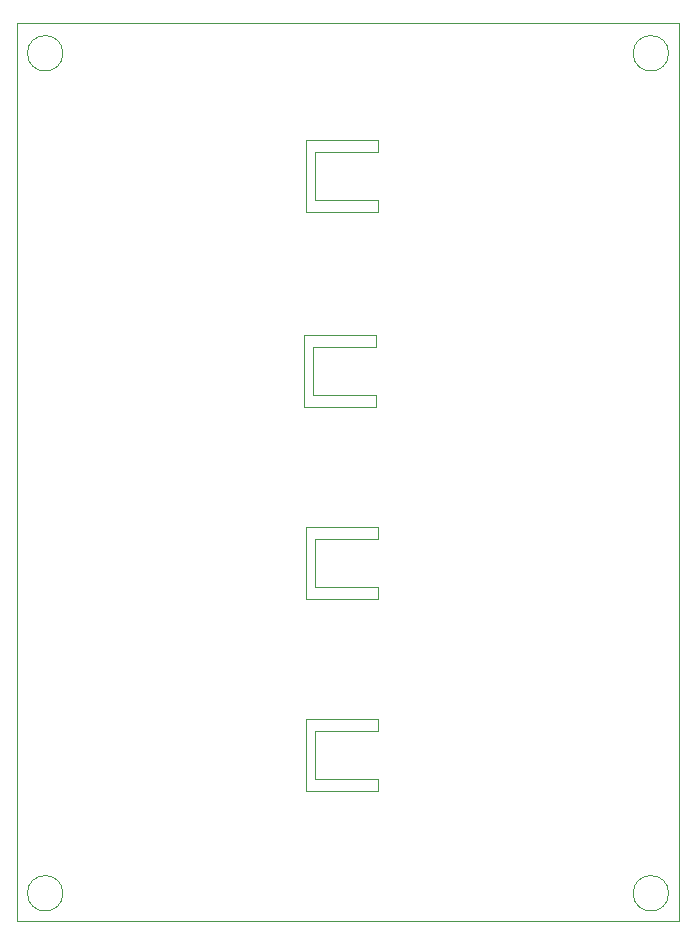
<source format=gbr>
%TF.GenerationSoftware,KiCad,Pcbnew,(6.0.7)*%
%TF.CreationDate,2023-01-17T21:26:05+03:00*%
%TF.ProjectId,4ChannelRelayModule,34436861-6e6e-4656-9c52-656c61794d6f,rev?*%
%TF.SameCoordinates,Original*%
%TF.FileFunction,Profile,NP*%
%FSLAX46Y46*%
G04 Gerber Fmt 4.6, Leading zero omitted, Abs format (unit mm)*
G04 Created by KiCad (PCBNEW (6.0.7)) date 2023-01-17 21:26:05*
%MOMM*%
%LPD*%
G01*
G04 APERTURE LIST*
%TA.AperFunction,Profile*%
%ADD10C,0.100000*%
%TD*%
G04 APERTURE END LIST*
D10*
X130937000Y-79948000D02*
X125603000Y-79948000D01*
X131064000Y-108396000D02*
X131064000Y-107380000D01*
X124841000Y-80964000D02*
X130937000Y-80964000D01*
X156524000Y-124452000D02*
X156524000Y-48452000D01*
X125603000Y-79948000D02*
X125603000Y-75884000D01*
X125730000Y-112460000D02*
X125730000Y-108396000D01*
X124968000Y-97220000D02*
X131064000Y-97220000D01*
X124968000Y-58358000D02*
X124968000Y-64454000D01*
X131064000Y-58358000D02*
X124968000Y-58358000D01*
X125603000Y-75884000D02*
X130937000Y-75884000D01*
X131064000Y-97220000D02*
X131064000Y-96204000D01*
X130937000Y-74868000D02*
X124841000Y-74868000D01*
X156524000Y-124452000D02*
X100524000Y-124452000D01*
X131064000Y-96204000D02*
X125730000Y-96204000D01*
X104394000Y-50992000D02*
G75*
G03*
X104394000Y-50992000I-1500000J0D01*
G01*
X124968000Y-107380000D02*
X124968000Y-113476000D01*
X125730000Y-92140000D02*
X131064000Y-92140000D01*
X131064000Y-64454000D02*
X131064000Y-63438000D01*
X125730000Y-96204000D02*
X125730000Y-92140000D01*
X100524000Y-48452000D02*
X156524000Y-48452000D01*
X131064000Y-91124000D02*
X124968000Y-91124000D01*
X131064000Y-59374000D02*
X131064000Y-58358000D01*
X125730000Y-59374000D02*
X131064000Y-59374000D01*
X100524000Y-48452000D02*
X100524000Y-124452000D01*
X130937000Y-80964000D02*
X130937000Y-79948000D01*
X131064000Y-112460000D02*
X125730000Y-112460000D01*
X131064000Y-63438000D02*
X125730000Y-63438000D01*
X131064000Y-107380000D02*
X124968000Y-107380000D01*
X131064000Y-113476000D02*
X131064000Y-112460000D01*
X155678000Y-122112000D02*
G75*
G03*
X155678000Y-122112000I-1500000J0D01*
G01*
X124968000Y-113476000D02*
X131064000Y-113476000D01*
X124968000Y-91124000D02*
X124968000Y-97220000D01*
X155678000Y-50992000D02*
G75*
G03*
X155678000Y-50992000I-1500000J0D01*
G01*
X125730000Y-108396000D02*
X131064000Y-108396000D01*
X130937000Y-75884000D02*
X130937000Y-74868000D01*
X125730000Y-63438000D02*
X125730000Y-59374000D01*
X131064000Y-92140000D02*
X131064000Y-91124000D01*
X124968000Y-64454000D02*
X131064000Y-64454000D01*
X104394000Y-122112000D02*
G75*
G03*
X104394000Y-122112000I-1500000J0D01*
G01*
X124841000Y-74868000D02*
X124841000Y-80964000D01*
M02*

</source>
